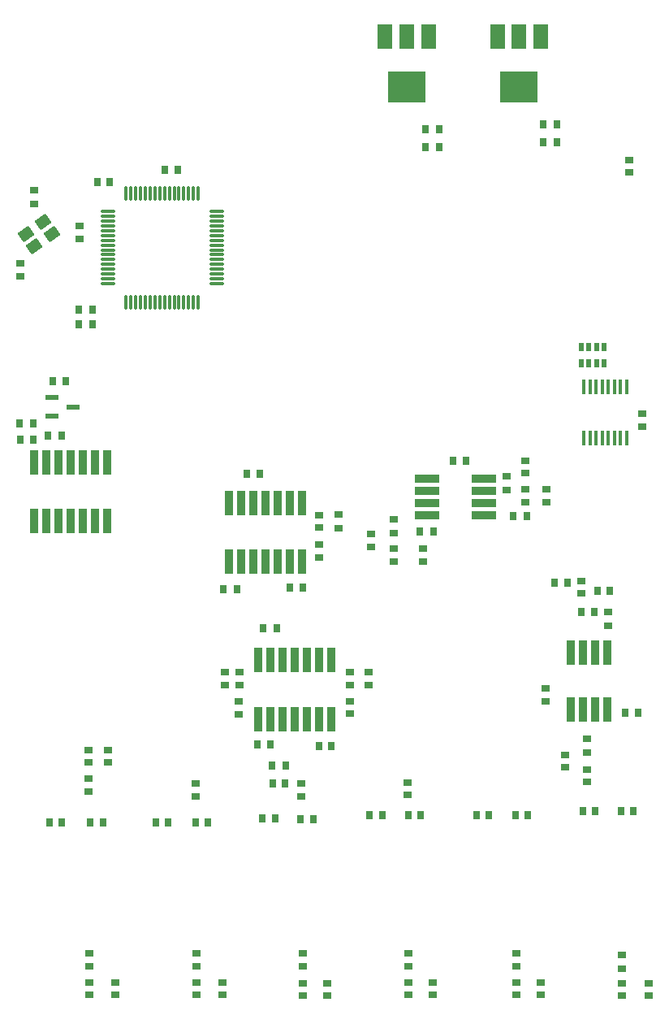
<source format=gtp>
G04*
G04 #@! TF.GenerationSoftware,Altium Limited,Altium Designer,19.0.10 (269)*
G04*
G04 Layer_Color=8421504*
%FSLAX44Y44*%
%MOMM*%
G71*
G01*
G75*
%ADD18R,0.5300X0.9700*%
%ADD19R,0.3556X1.6002*%
G04:AMPARAMS|DCode=20|XSize=1.4mm|YSize=1.15mm|CornerRadius=0mm|HoleSize=0mm|Usage=FLASHONLY|Rotation=215.000|XOffset=0mm|YOffset=0mm|HoleType=Round|Shape=Rectangle|*
%AMROTATEDRECTD20*
4,1,4,0.2436,0.8725,0.9032,-0.0695,-0.2436,-0.8725,-0.9032,0.0695,0.2436,0.8725,0.0*
%
%ADD20ROTATEDRECTD20*%

%ADD21R,0.8000X0.9000*%
%ADD22R,0.9000X0.8000*%
%ADD23R,0.8000X0.9000*%
%ADD24R,0.9000X0.8000*%
%ADD25R,0.9000X2.5000*%
%ADD26R,2.5000X0.9000*%
G04:AMPARAMS|DCode=27|XSize=1.49mm|YSize=0.28mm|CornerRadius=0.07mm|HoleSize=0mm|Usage=FLASHONLY|Rotation=90.000|XOffset=0mm|YOffset=0mm|HoleType=Round|Shape=RoundedRectangle|*
%AMROUNDEDRECTD27*
21,1,1.4900,0.1400,0,0,90.0*
21,1,1.3500,0.2800,0,0,90.0*
1,1,0.1400,0.0700,0.6750*
1,1,0.1400,0.0700,-0.6750*
1,1,0.1400,-0.0700,-0.6750*
1,1,0.1400,-0.0700,0.6750*
%
%ADD27ROUNDEDRECTD27*%
G04:AMPARAMS|DCode=28|XSize=1.49mm|YSize=0.28mm|CornerRadius=0.07mm|HoleSize=0mm|Usage=FLASHONLY|Rotation=0.000|XOffset=0mm|YOffset=0mm|HoleType=Round|Shape=RoundedRectangle|*
%AMROUNDEDRECTD28*
21,1,1.4900,0.1400,0,0,0.0*
21,1,1.3500,0.2800,0,0,0.0*
1,1,0.1400,0.6750,-0.0700*
1,1,0.1400,-0.6750,-0.0700*
1,1,0.1400,-0.6750,0.0700*
1,1,0.1400,0.6750,0.0700*
%
%ADD28ROUNDEDRECTD28*%
%ADD29R,1.4500X0.5500*%
%ADD30R,1.4500X0.5500*%
%ADD31R,4.0000X3.2500*%
%ADD32R,1.5000X2.5000*%
D18*
X983000Y999250D02*
D03*
X975000D02*
D03*
X967000D02*
D03*
X959000D02*
D03*
X983000Y1016750D02*
D03*
X975000D02*
D03*
X967000D02*
D03*
X959000D02*
D03*
D19*
X1006352Y974670D02*
D03*
X999748D02*
D03*
X993652D02*
D03*
X987048D02*
D03*
X980952D02*
D03*
X974348D02*
D03*
X968252D02*
D03*
X961648D02*
D03*
Y921330D02*
D03*
X968252D02*
D03*
X974348D02*
D03*
X980952D02*
D03*
X987048D02*
D03*
X993652D02*
D03*
X999748D02*
D03*
X1006352D02*
D03*
D20*
X379588Y1134394D02*
D03*
X397609Y1147013D02*
D03*
X406787Y1133906D02*
D03*
X388765Y1121288D02*
D03*
D21*
X975734Y762000D02*
D03*
X988734D02*
D03*
X959424Y740000D02*
D03*
X972424D02*
D03*
X467500Y1188000D02*
D03*
X454500D02*
D03*
X655500Y766000D02*
D03*
X668500D02*
D03*
X1005190Y635000D02*
D03*
X1018190D02*
D03*
X1013500Y532548D02*
D03*
X1000500D02*
D03*
X903500Y529000D02*
D03*
X890500D02*
D03*
X791500Y528770D02*
D03*
X778500D02*
D03*
X634550Y602000D02*
D03*
X621550D02*
D03*
X685500Y601000D02*
D03*
X698500D02*
D03*
X637320Y562000D02*
D03*
X650320D02*
D03*
X679500Y524762D02*
D03*
X666500D02*
D03*
X569500Y520698D02*
D03*
X556500D02*
D03*
X460000Y521000D02*
D03*
X447000D02*
D03*
X960500Y533000D02*
D03*
X973500D02*
D03*
X849500Y529000D02*
D03*
X862500D02*
D03*
X738500D02*
D03*
X751500D02*
D03*
X626500Y525000D02*
D03*
X639500D02*
D03*
X515500Y521000D02*
D03*
X528500D02*
D03*
X404500D02*
D03*
X417500D02*
D03*
X524940Y1201000D02*
D03*
X537940D02*
D03*
D22*
X959234Y759500D02*
D03*
Y772500D02*
D03*
X435458Y1142137D02*
D03*
Y1129137D02*
D03*
X1008941Y1198500D02*
D03*
Y1211500D02*
D03*
X923000Y868000D02*
D03*
Y855000D02*
D03*
X901000Y868000D02*
D03*
Y855000D02*
D03*
Y898000D02*
D03*
Y885000D02*
D03*
X793789Y806189D02*
D03*
Y793189D02*
D03*
X763506Y806241D02*
D03*
Y793241D02*
D03*
X739836Y821241D02*
D03*
Y808241D02*
D03*
X685887Y828500D02*
D03*
Y841500D02*
D03*
X686000Y797500D02*
D03*
Y810500D02*
D03*
X964860Y576500D02*
D03*
Y563500D02*
D03*
X941860Y591500D02*
D03*
Y578500D02*
D03*
X603000Y664500D02*
D03*
Y677500D02*
D03*
X717750Y664500D02*
D03*
Y677500D02*
D03*
Y634500D02*
D03*
Y647500D02*
D03*
X602000Y634000D02*
D03*
Y647000D02*
D03*
X667210Y548500D02*
D03*
Y561500D02*
D03*
X556500Y548500D02*
D03*
Y561500D02*
D03*
X465291Y583500D02*
D03*
Y596500D02*
D03*
X445000D02*
D03*
Y583500D02*
D03*
Y553500D02*
D03*
Y566500D02*
D03*
X804000Y341500D02*
D03*
Y354500D02*
D03*
X779000Y341500D02*
D03*
Y354500D02*
D03*
X694000Y340500D02*
D03*
Y353500D02*
D03*
X669000Y340500D02*
D03*
Y353500D02*
D03*
X585000Y341500D02*
D03*
Y354500D02*
D03*
X558000Y341500D02*
D03*
Y354500D02*
D03*
X473000Y341500D02*
D03*
Y354500D02*
D03*
X446000Y341500D02*
D03*
Y354500D02*
D03*
X891000D02*
D03*
Y341500D02*
D03*
X916755Y354500D02*
D03*
Y341500D02*
D03*
X1001000Y353500D02*
D03*
Y340500D02*
D03*
X1029739Y353746D02*
D03*
Y340746D02*
D03*
X778000Y562500D02*
D03*
Y549500D02*
D03*
D23*
X945072Y771000D02*
D03*
X931072D02*
D03*
X435000Y1055000D02*
D03*
X449000D02*
D03*
X435000Y1040000D02*
D03*
X449000D02*
D03*
X810790Y1225000D02*
D03*
X796790D02*
D03*
X796500Y1243000D02*
D03*
X810500D02*
D03*
X839000Y897705D02*
D03*
X825000D02*
D03*
X888000Y840000D02*
D03*
X902000D02*
D03*
X421491Y981000D02*
D03*
X407491D02*
D03*
X417000Y924000D02*
D03*
X403000D02*
D03*
X373491Y937000D02*
D03*
X387491D02*
D03*
X373982Y920000D02*
D03*
X387982D02*
D03*
X624000Y884000D02*
D03*
X610000D02*
D03*
X600000Y764000D02*
D03*
X586000D02*
D03*
X641270Y723000D02*
D03*
X627270D02*
D03*
X650820Y580000D02*
D03*
X636820D02*
D03*
X933500Y1248009D02*
D03*
X919500D02*
D03*
X919500Y1230009D02*
D03*
X933500D02*
D03*
X791000Y824000D02*
D03*
X805000D02*
D03*
D24*
X986924Y726000D02*
D03*
Y740000D02*
D03*
X374440Y1103637D02*
D03*
Y1089637D02*
D03*
X388440Y1165637D02*
D03*
Y1179637D02*
D03*
X1023000Y933000D02*
D03*
Y947000D02*
D03*
X881000Y867500D02*
D03*
Y881500D02*
D03*
X763486Y822741D02*
D03*
Y836741D02*
D03*
X705600Y841870D02*
D03*
Y827870D02*
D03*
X922000Y661000D02*
D03*
Y647000D02*
D03*
X964860Y594000D02*
D03*
Y608000D02*
D03*
X587000Y678000D02*
D03*
Y664000D02*
D03*
X737000Y678000D02*
D03*
Y664000D02*
D03*
X779000Y371000D02*
D03*
Y385000D02*
D03*
X669000Y371000D02*
D03*
Y385000D02*
D03*
X558000Y371000D02*
D03*
Y385000D02*
D03*
X446000Y371000D02*
D03*
Y385000D02*
D03*
X891000D02*
D03*
Y371000D02*
D03*
X1001000Y383000D02*
D03*
Y369000D02*
D03*
D25*
X986260Y697598D02*
D03*
X973560D02*
D03*
X960860D02*
D03*
X948160D02*
D03*
X986260Y638598D02*
D03*
X973560D02*
D03*
X960860D02*
D03*
X948160D02*
D03*
X642750Y792870D02*
D03*
X655450D02*
D03*
X668150D02*
D03*
Y854130D02*
D03*
X630050Y792870D02*
D03*
X617350D02*
D03*
X604650D02*
D03*
X591950D02*
D03*
X655450Y854130D02*
D03*
X642750D02*
D03*
X630050D02*
D03*
X617350D02*
D03*
X604650D02*
D03*
X591950D02*
D03*
X439241Y834870D02*
D03*
X451941D02*
D03*
X464641D02*
D03*
Y896130D02*
D03*
X426541Y834870D02*
D03*
X413841D02*
D03*
X401141D02*
D03*
X388441D02*
D03*
X451941Y896130D02*
D03*
X439241D02*
D03*
X426541D02*
D03*
X413841D02*
D03*
X401141D02*
D03*
X388441D02*
D03*
X673187Y628870D02*
D03*
X685887D02*
D03*
X698587D02*
D03*
Y690130D02*
D03*
X660487Y628870D02*
D03*
X647787D02*
D03*
X635087D02*
D03*
X622387D02*
D03*
X685887Y690130D02*
D03*
X673187D02*
D03*
X660487D02*
D03*
X647787D02*
D03*
X635087D02*
D03*
X622387D02*
D03*
D26*
X857500Y840950D02*
D03*
Y853650D02*
D03*
Y866350D02*
D03*
Y879050D02*
D03*
X798500Y840950D02*
D03*
Y853650D02*
D03*
Y866350D02*
D03*
Y879050D02*
D03*
D27*
X484500Y1176700D02*
D03*
X489500D02*
D03*
X494500D02*
D03*
X499500D02*
D03*
X504500D02*
D03*
X509500D02*
D03*
X514500D02*
D03*
X519500D02*
D03*
X524500D02*
D03*
X529500D02*
D03*
X534500D02*
D03*
X539500D02*
D03*
X544500D02*
D03*
X549500D02*
D03*
X554500D02*
D03*
X559500D02*
D03*
Y1063300D02*
D03*
X554500D02*
D03*
X549500D02*
D03*
X544500D02*
D03*
X539500D02*
D03*
X534500D02*
D03*
X529500D02*
D03*
X524500D02*
D03*
X519500D02*
D03*
X514500D02*
D03*
X509500D02*
D03*
X504500D02*
D03*
X499500D02*
D03*
X494500D02*
D03*
X489500D02*
D03*
X484500D02*
D03*
D28*
X578700Y1157500D02*
D03*
Y1152500D02*
D03*
Y1147500D02*
D03*
Y1142500D02*
D03*
Y1137500D02*
D03*
Y1132500D02*
D03*
Y1127500D02*
D03*
Y1122500D02*
D03*
Y1117500D02*
D03*
Y1112500D02*
D03*
Y1107500D02*
D03*
Y1102500D02*
D03*
Y1097500D02*
D03*
Y1092500D02*
D03*
Y1087500D02*
D03*
Y1082500D02*
D03*
X465300D02*
D03*
Y1087500D02*
D03*
Y1092500D02*
D03*
Y1097500D02*
D03*
Y1102500D02*
D03*
Y1107500D02*
D03*
Y1112500D02*
D03*
Y1117500D02*
D03*
Y1122500D02*
D03*
Y1127500D02*
D03*
Y1132500D02*
D03*
Y1137500D02*
D03*
Y1142500D02*
D03*
Y1147500D02*
D03*
Y1152500D02*
D03*
Y1157500D02*
D03*
D29*
X407250Y963500D02*
D03*
D30*
X407332Y944348D02*
D03*
X428668Y954000D02*
D03*
D31*
X777000Y1287540D02*
D03*
X894000D02*
D03*
D32*
X754500Y1340040D02*
D03*
X777000D02*
D03*
X799500D02*
D03*
X871500D02*
D03*
X894000D02*
D03*
X916500D02*
D03*
M02*

</source>
